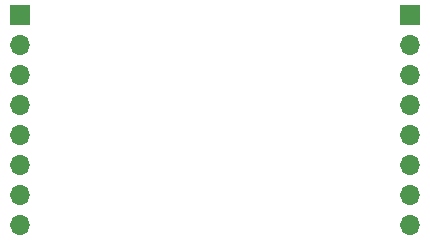
<source format=gbr>
%TF.GenerationSoftware,KiCad,Pcbnew,6.0.4-6f826c9f35~116~ubuntu20.04.1*%
%TF.CreationDate,2022-04-01T00:26:04-05:00*%
%TF.ProjectId,LoRa_ E28-2G4M27S,4c6f5261-5f20-4453-9238-2d3247344d32,rev?*%
%TF.SameCoordinates,Original*%
%TF.FileFunction,Soldermask,Bot*%
%TF.FilePolarity,Negative*%
%FSLAX46Y46*%
G04 Gerber Fmt 4.6, Leading zero omitted, Abs format (unit mm)*
G04 Created by KiCad (PCBNEW 6.0.4-6f826c9f35~116~ubuntu20.04.1) date 2022-04-01 00:26:04*
%MOMM*%
%LPD*%
G01*
G04 APERTURE LIST*
%ADD10O,1.700000X1.700000*%
%ADD11R,1.700000X1.700000*%
G04 APERTURE END LIST*
D10*
%TO.C,J2*%
X152400000Y-86614000D03*
X152400000Y-84074000D03*
X152400000Y-81534000D03*
X152400000Y-78994000D03*
X152400000Y-76454000D03*
X152400000Y-73914000D03*
X152400000Y-71374000D03*
D11*
X152400000Y-68834000D03*
%TD*%
D10*
%TO.C,J1*%
X119380000Y-86614000D03*
X119380000Y-84074000D03*
X119380000Y-81534000D03*
X119380000Y-78994000D03*
X119380000Y-76454000D03*
X119380000Y-73914000D03*
X119380000Y-71374000D03*
D11*
X119380000Y-68834000D03*
%TD*%
M02*

</source>
